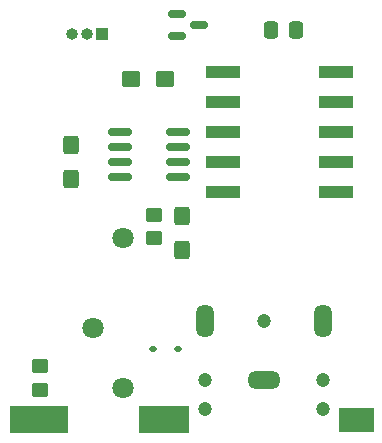
<source format=gbr>
%TF.GenerationSoftware,KiCad,Pcbnew,8.0.4-1.fc40*%
%TF.CreationDate,2024-08-27T20:57:42+02:00*%
%TF.ProjectId,ATU100 Alc interface,41545531-3030-4204-916c-6320696e7465,rev?*%
%TF.SameCoordinates,Original*%
%TF.FileFunction,Soldermask,Top*%
%TF.FilePolarity,Negative*%
%FSLAX46Y46*%
G04 Gerber Fmt 4.6, Leading zero omitted, Abs format (unit mm)*
G04 Created by KiCad (PCBNEW 8.0.4-1.fc40) date 2024-08-27 20:57:42*
%MOMM*%
%LPD*%
G01*
G04 APERTURE LIST*
G04 Aperture macros list*
%AMRoundRect*
0 Rectangle with rounded corners*
0 $1 Rounding radius*
0 $2 $3 $4 $5 $6 $7 $8 $9 X,Y pos of 4 corners*
0 Add a 4 corners polygon primitive as box body*
4,1,4,$2,$3,$4,$5,$6,$7,$8,$9,$2,$3,0*
0 Add four circle primitives for the rounded corners*
1,1,$1+$1,$2,$3*
1,1,$1+$1,$4,$5*
1,1,$1+$1,$6,$7*
1,1,$1+$1,$8,$9*
0 Add four rect primitives between the rounded corners*
20,1,$1+$1,$2,$3,$4,$5,0*
20,1,$1+$1,$4,$5,$6,$7,0*
20,1,$1+$1,$6,$7,$8,$9,0*
20,1,$1+$1,$8,$9,$2,$3,0*%
G04 Aperture macros list end*
%ADD10C,0.100000*%
%ADD11RoundRect,0.250000X-0.425000X0.537500X-0.425000X-0.537500X0.425000X-0.537500X0.425000X0.537500X0*%
%ADD12RoundRect,0.250000X-0.337500X-0.475000X0.337500X-0.475000X0.337500X0.475000X-0.337500X0.475000X0*%
%ADD13RoundRect,0.250000X0.450000X-0.350000X0.450000X0.350000X-0.450000X0.350000X-0.450000X-0.350000X0*%
%ADD14RoundRect,0.250000X0.537500X0.425000X-0.537500X0.425000X-0.537500X-0.425000X0.537500X-0.425000X0*%
%ADD15RoundRect,0.112500X-0.187500X-0.112500X0.187500X-0.112500X0.187500X0.112500X-0.187500X0.112500X0*%
%ADD16C,1.200000*%
%ADD17O,2.820000X1.512000*%
%ADD18O,1.512000X2.820000*%
%ADD19R,3.000000X1.000000*%
%ADD20R,1.000000X1.000000*%
%ADD21O,1.000000X1.000000*%
%ADD22RoundRect,0.150000X-0.587500X-0.150000X0.587500X-0.150000X0.587500X0.150000X-0.587500X0.150000X0*%
%ADD23RoundRect,0.250000X0.425000X-0.537500X0.425000X0.537500X-0.425000X0.537500X-0.425000X-0.537500X0*%
%ADD24RoundRect,0.150000X-0.825000X-0.150000X0.825000X-0.150000X0.825000X0.150000X-0.825000X0.150000X0*%
%ADD25C,1.800000*%
%ADD26RoundRect,0.250000X-0.450000X0.350000X-0.450000X-0.350000X0.450000X-0.350000X0.450000X0.350000X0*%
G04 APERTURE END LIST*
D10*
X82000000Y-130950000D02*
X86850000Y-130950000D01*
X86850000Y-133150000D01*
X82000000Y-133150000D01*
X82000000Y-130950000D01*
G36*
X82000000Y-130950000D02*
G01*
X86850000Y-130950000D01*
X86850000Y-133150000D01*
X82000000Y-133150000D01*
X82000000Y-130950000D01*
G37*
X109850000Y-131100000D02*
X112750000Y-131100000D01*
X112750000Y-133100000D01*
X109850000Y-133100000D01*
X109850000Y-131100000D01*
G36*
X109850000Y-131100000D02*
G01*
X112750000Y-131100000D01*
X112750000Y-133100000D01*
X109850000Y-133100000D01*
X109850000Y-131100000D01*
G37*
X92950000Y-131000000D02*
X97100000Y-131000000D01*
X97100000Y-133150000D01*
X92950000Y-133150000D01*
X92950000Y-131000000D01*
G36*
X92950000Y-131000000D02*
G01*
X97100000Y-131000000D01*
X97100000Y-133150000D01*
X92950000Y-133150000D01*
X92950000Y-131000000D01*
G37*
D11*
%TO.C,C2*%
X87175000Y-108867500D03*
X87175000Y-111742500D03*
%TD*%
D12*
%TO.C,C1*%
X104125000Y-99150000D03*
X106200000Y-99150000D03*
%TD*%
D13*
%TO.C,R1*%
X84600000Y-129600000D03*
X84600000Y-127600000D03*
%TD*%
D14*
%TO.C,C3*%
X95112500Y-103305000D03*
X92237500Y-103305000D03*
%TD*%
D15*
%TO.C,D1*%
X94150000Y-126100000D03*
X96250000Y-126100000D03*
%TD*%
D16*
%TO.C,J2*%
X98500000Y-128750000D03*
X98500000Y-131250000D03*
X103500000Y-123750000D03*
X108500000Y-128750000D03*
X108500000Y-131250000D03*
D17*
X103500000Y-128750000D03*
D18*
X108500000Y-123750000D03*
X98500000Y-123750000D03*
%TD*%
D19*
%TO.C,K1*%
X100070000Y-102720000D03*
X100070000Y-105260000D03*
X100070000Y-107800000D03*
X100070000Y-110340000D03*
X100070000Y-112880000D03*
X109630000Y-112880000D03*
X109630000Y-110340000D03*
X109630000Y-107800000D03*
X109630000Y-105260000D03*
X109630000Y-102720000D03*
%TD*%
D20*
%TO.C,J1*%
X89820000Y-99500000D03*
D21*
X88550000Y-99500000D03*
X87280000Y-99500000D03*
%TD*%
D22*
%TO.C,Q1*%
X96175000Y-97750000D03*
X96175000Y-99650000D03*
X98050000Y-98700000D03*
%TD*%
D23*
%TO.C,C4*%
X96600000Y-117787500D03*
X96600000Y-114912500D03*
%TD*%
D24*
%TO.C,U1*%
X91325000Y-107795000D03*
X91325000Y-109065000D03*
X91325000Y-110335000D03*
X91325000Y-111605000D03*
X96275000Y-111605000D03*
X96275000Y-110335000D03*
X96275000Y-109065000D03*
X96275000Y-107795000D03*
%TD*%
D25*
%TO.C,RV1*%
X91550000Y-116750000D03*
X89010000Y-124370000D03*
X91550000Y-129450000D03*
%TD*%
D26*
%TO.C,R2*%
X94250000Y-114750000D03*
X94250000Y-116750000D03*
%TD*%
M02*

</source>
